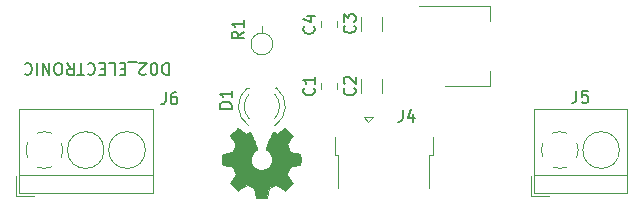
<source format=gbr>
G04 #@! TF.GenerationSoftware,KiCad,Pcbnew,5.1.5-52549c5~86~ubuntu18.04.1*
G04 #@! TF.CreationDate,2020-09-17T20:32:56-05:00*
G04 #@! TF.ProjectId,D02,4430322e-6b69-4636-9164-5f7063625858,rev?*
G04 #@! TF.SameCoordinates,Original*
G04 #@! TF.FileFunction,Legend,Top*
G04 #@! TF.FilePolarity,Positive*
%FSLAX46Y46*%
G04 Gerber Fmt 4.6, Leading zero omitted, Abs format (unit mm)*
G04 Created by KiCad (PCBNEW 5.1.5-52549c5~86~ubuntu18.04.1) date 2020-09-17 20:32:56*
%MOMM*%
%LPD*%
G04 APERTURE LIST*
%ADD10C,0.150000*%
%ADD11C,0.010000*%
%ADD12C,0.120000*%
G04 APERTURE END LIST*
D10*
X33274828Y-26116019D02*
X33274828Y-27116019D01*
X33036733Y-27116019D01*
X32893876Y-27068400D01*
X32798638Y-26973161D01*
X32751019Y-26877923D01*
X32703400Y-26687447D01*
X32703400Y-26544590D01*
X32751019Y-26354114D01*
X32798638Y-26258876D01*
X32893876Y-26163638D01*
X33036733Y-26116019D01*
X33274828Y-26116019D01*
X32084352Y-27116019D02*
X31989114Y-27116019D01*
X31893876Y-27068400D01*
X31846257Y-27020780D01*
X31798638Y-26925542D01*
X31751019Y-26735066D01*
X31751019Y-26496971D01*
X31798638Y-26306495D01*
X31846257Y-26211257D01*
X31893876Y-26163638D01*
X31989114Y-26116019D01*
X32084352Y-26116019D01*
X32179590Y-26163638D01*
X32227209Y-26211257D01*
X32274828Y-26306495D01*
X32322447Y-26496971D01*
X32322447Y-26735066D01*
X32274828Y-26925542D01*
X32227209Y-27020780D01*
X32179590Y-27068400D01*
X32084352Y-27116019D01*
X31370066Y-27020780D02*
X31322447Y-27068400D01*
X31227209Y-27116019D01*
X30989114Y-27116019D01*
X30893876Y-27068400D01*
X30846257Y-27020780D01*
X30798638Y-26925542D01*
X30798638Y-26830304D01*
X30846257Y-26687447D01*
X31417685Y-26116019D01*
X30798638Y-26116019D01*
X30608161Y-26020780D02*
X29846257Y-26020780D01*
X29608161Y-26639828D02*
X29274828Y-26639828D01*
X29131971Y-26116019D02*
X29608161Y-26116019D01*
X29608161Y-27116019D01*
X29131971Y-27116019D01*
X28227209Y-26116019D02*
X28703400Y-26116019D01*
X28703400Y-27116019D01*
X27893876Y-26639828D02*
X27560542Y-26639828D01*
X27417685Y-26116019D02*
X27893876Y-26116019D01*
X27893876Y-27116019D01*
X27417685Y-27116019D01*
X26417685Y-26211257D02*
X26465304Y-26163638D01*
X26608161Y-26116019D01*
X26703400Y-26116019D01*
X26846257Y-26163638D01*
X26941495Y-26258876D01*
X26989114Y-26354114D01*
X27036733Y-26544590D01*
X27036733Y-26687447D01*
X26989114Y-26877923D01*
X26941495Y-26973161D01*
X26846257Y-27068400D01*
X26703400Y-27116019D01*
X26608161Y-27116019D01*
X26465304Y-27068400D01*
X26417685Y-27020780D01*
X26131971Y-27116019D02*
X25560542Y-27116019D01*
X25846257Y-26116019D02*
X25846257Y-27116019D01*
X24655780Y-26116019D02*
X24989114Y-26592209D01*
X25227209Y-26116019D02*
X25227209Y-27116019D01*
X24846257Y-27116019D01*
X24751019Y-27068400D01*
X24703400Y-27020780D01*
X24655780Y-26925542D01*
X24655780Y-26782685D01*
X24703400Y-26687447D01*
X24751019Y-26639828D01*
X24846257Y-26592209D01*
X25227209Y-26592209D01*
X24036733Y-27116019D02*
X23846257Y-27116019D01*
X23751019Y-27068400D01*
X23655780Y-26973161D01*
X23608161Y-26782685D01*
X23608161Y-26449352D01*
X23655780Y-26258876D01*
X23751019Y-26163638D01*
X23846257Y-26116019D01*
X24036733Y-26116019D01*
X24131971Y-26163638D01*
X24227209Y-26258876D01*
X24274828Y-26449352D01*
X24274828Y-26782685D01*
X24227209Y-26973161D01*
X24131971Y-27068400D01*
X24036733Y-27116019D01*
X23179590Y-26116019D02*
X23179590Y-27116019D01*
X22608161Y-26116019D01*
X22608161Y-27116019D01*
X22131971Y-26116019D02*
X22131971Y-27116019D01*
X21084352Y-26211257D02*
X21131971Y-26163638D01*
X21274828Y-26116019D01*
X21370066Y-26116019D01*
X21512923Y-26163638D01*
X21608161Y-26258876D01*
X21655780Y-26354114D01*
X21703400Y-26544590D01*
X21703400Y-26687447D01*
X21655780Y-26877923D01*
X21608161Y-26973161D01*
X21512923Y-27068400D01*
X21370066Y-27116019D01*
X21274828Y-27116019D01*
X21131971Y-27068400D01*
X21084352Y-27020780D01*
D11*
G36*
X40592186Y-37100469D02*
G01*
X40508365Y-36655845D01*
X40199080Y-36528347D01*
X39889794Y-36400849D01*
X39518754Y-36653154D01*
X39414843Y-36723404D01*
X39320913Y-36786128D01*
X39241348Y-36838462D01*
X39180530Y-36877543D01*
X39142843Y-36900507D01*
X39132579Y-36905458D01*
X39114090Y-36892724D01*
X39074580Y-36857518D01*
X39018478Y-36804338D01*
X38950213Y-36737682D01*
X38874214Y-36662046D01*
X38794908Y-36581928D01*
X38716725Y-36501826D01*
X38644093Y-36426236D01*
X38581441Y-36359655D01*
X38533197Y-36306582D01*
X38503790Y-36271513D01*
X38496759Y-36259777D01*
X38506877Y-36238140D01*
X38535241Y-36190738D01*
X38578871Y-36122207D01*
X38634782Y-36037185D01*
X38699994Y-35940307D01*
X38737781Y-35885050D01*
X38806657Y-35784152D01*
X38867860Y-35693101D01*
X38918422Y-35616430D01*
X38955372Y-35558672D01*
X38975742Y-35524357D01*
X38978803Y-35517146D01*
X38971864Y-35496652D01*
X38952949Y-35448887D01*
X38924913Y-35380568D01*
X38890609Y-35298411D01*
X38852891Y-35209130D01*
X38814613Y-35119442D01*
X38778630Y-35036062D01*
X38747794Y-34965706D01*
X38724961Y-34915090D01*
X38712983Y-34890929D01*
X38712276Y-34889978D01*
X38693469Y-34885364D01*
X38643382Y-34875072D01*
X38567207Y-34860113D01*
X38470135Y-34841499D01*
X38357357Y-34820241D01*
X38291558Y-34807982D01*
X38171050Y-34785038D01*
X38062203Y-34763205D01*
X37970524Y-34743678D01*
X37901519Y-34727652D01*
X37860696Y-34716321D01*
X37852489Y-34712726D01*
X37844452Y-34688394D01*
X37837967Y-34633441D01*
X37833030Y-34554292D01*
X37829636Y-34457374D01*
X37827782Y-34349113D01*
X37827462Y-34235935D01*
X37828673Y-34124265D01*
X37831410Y-34020532D01*
X37835669Y-33931159D01*
X37841445Y-33862574D01*
X37848733Y-33821203D01*
X37853105Y-33812590D01*
X37879236Y-33802267D01*
X37934607Y-33787508D01*
X38011893Y-33770048D01*
X38103770Y-33751620D01*
X38135842Y-33745659D01*
X38290476Y-33717334D01*
X38412625Y-33694524D01*
X38506327Y-33676320D01*
X38575616Y-33661817D01*
X38624529Y-33650108D01*
X38657103Y-33640285D01*
X38677372Y-33631444D01*
X38689374Y-33622676D01*
X38691053Y-33620943D01*
X38707816Y-33593029D01*
X38733386Y-33538705D01*
X38765212Y-33464623D01*
X38800740Y-33377435D01*
X38837417Y-33283792D01*
X38872689Y-33190348D01*
X38904004Y-33103753D01*
X38928807Y-33030660D01*
X38944546Y-32977722D01*
X38948668Y-32951589D01*
X38948324Y-32950674D01*
X38934359Y-32929314D01*
X38902678Y-32882316D01*
X38856609Y-32814573D01*
X38799482Y-32730977D01*
X38734627Y-32636418D01*
X38716157Y-32609546D01*
X38650301Y-32512125D01*
X38592350Y-32423237D01*
X38545462Y-32347988D01*
X38512793Y-32291480D01*
X38497500Y-32258819D01*
X38496759Y-32254807D01*
X38509608Y-32233716D01*
X38545112Y-32191936D01*
X38598707Y-32133955D01*
X38665829Y-32064265D01*
X38741913Y-31987355D01*
X38822396Y-31907717D01*
X38902713Y-31829839D01*
X38978301Y-31758214D01*
X39044595Y-31697330D01*
X39097031Y-31651679D01*
X39131045Y-31625750D01*
X39140455Y-31621517D01*
X39162357Y-31631488D01*
X39207200Y-31658380D01*
X39267679Y-31697664D01*
X39314211Y-31729283D01*
X39398525Y-31787302D01*
X39498374Y-31855616D01*
X39598527Y-31923821D01*
X39652373Y-31960325D01*
X39834629Y-32083600D01*
X39987619Y-32000880D01*
X40057318Y-31964641D01*
X40116586Y-31936474D01*
X40156689Y-31920409D01*
X40166897Y-31918174D01*
X40179171Y-31934678D01*
X40203387Y-31981318D01*
X40237737Y-32053791D01*
X40280412Y-32147794D01*
X40329606Y-32259026D01*
X40383510Y-32383185D01*
X40440316Y-32515968D01*
X40498218Y-32653073D01*
X40555407Y-32790198D01*
X40610076Y-32923042D01*
X40660416Y-33047302D01*
X40704620Y-33158675D01*
X40740881Y-33252861D01*
X40767391Y-33325556D01*
X40782342Y-33372459D01*
X40784746Y-33388567D01*
X40765689Y-33409114D01*
X40723964Y-33442467D01*
X40668294Y-33481698D01*
X40663622Y-33484801D01*
X40519736Y-33599977D01*
X40403717Y-33734347D01*
X40316570Y-33883616D01*
X40259301Y-34043487D01*
X40232914Y-34209663D01*
X40238415Y-34377848D01*
X40276810Y-34543745D01*
X40349105Y-34703058D01*
X40370374Y-34737913D01*
X40481004Y-34878663D01*
X40611698Y-34991686D01*
X40757936Y-35076397D01*
X40915192Y-35132206D01*
X41078943Y-35158526D01*
X41244667Y-35154770D01*
X41407838Y-35120350D01*
X41563935Y-35054677D01*
X41708433Y-34957165D01*
X41753131Y-34917587D01*
X41866888Y-34793697D01*
X41949782Y-34663276D01*
X42006644Y-34517085D01*
X42038313Y-34372312D01*
X42046131Y-34209540D01*
X42020062Y-34045960D01*
X41962755Y-33887102D01*
X41876856Y-33738494D01*
X41765014Y-33605665D01*
X41629877Y-33494144D01*
X41612117Y-33482389D01*
X41555850Y-33443892D01*
X41513077Y-33410537D01*
X41492628Y-33389240D01*
X41492331Y-33388567D01*
X41496721Y-33365529D01*
X41514124Y-33313243D01*
X41542732Y-33236010D01*
X41580735Y-33138132D01*
X41626326Y-33023909D01*
X41677697Y-32897642D01*
X41733038Y-32763633D01*
X41790542Y-32626182D01*
X41848399Y-32489592D01*
X41904802Y-32358163D01*
X41957942Y-32236195D01*
X42006010Y-32127991D01*
X42047199Y-32037851D01*
X42079699Y-31970077D01*
X42101703Y-31928970D01*
X42110564Y-31918174D01*
X42137640Y-31926581D01*
X42188303Y-31949128D01*
X42253817Y-31981787D01*
X42289841Y-32000880D01*
X42442832Y-32083600D01*
X42625088Y-31960325D01*
X42718125Y-31897172D01*
X42819985Y-31827673D01*
X42915438Y-31762235D01*
X42963250Y-31729283D01*
X43030495Y-31684127D01*
X43087436Y-31648343D01*
X43126646Y-31626462D01*
X43139381Y-31621837D01*
X43157917Y-31634315D01*
X43198941Y-31669148D01*
X43258475Y-31722722D01*
X43332542Y-31791417D01*
X43417165Y-31871619D01*
X43470685Y-31923114D01*
X43564319Y-32015114D01*
X43645241Y-32097401D01*
X43710177Y-32166455D01*
X43755858Y-32218756D01*
X43779011Y-32250784D01*
X43781232Y-32257284D01*
X43770924Y-32282006D01*
X43742439Y-32331995D01*
X43698937Y-32402188D01*
X43643577Y-32487525D01*
X43579520Y-32582944D01*
X43561303Y-32609546D01*
X43494927Y-32706233D01*
X43435378Y-32793283D01*
X43385984Y-32865805D01*
X43350075Y-32918907D01*
X43330981Y-32947697D01*
X43329136Y-32950674D01*
X43331895Y-32973618D01*
X43346538Y-33024064D01*
X43370513Y-33095359D01*
X43401266Y-33180853D01*
X43436244Y-33273893D01*
X43472893Y-33367826D01*
X43508661Y-33456001D01*
X43540994Y-33531766D01*
X43567338Y-33588469D01*
X43585142Y-33619457D01*
X43586407Y-33620943D01*
X43597294Y-33629799D01*
X43615682Y-33638557D01*
X43645606Y-33648123D01*
X43691103Y-33659404D01*
X43756209Y-33673307D01*
X43844961Y-33690737D01*
X43961393Y-33712602D01*
X44109542Y-33739809D01*
X44141618Y-33745659D01*
X44236686Y-33764026D01*
X44319565Y-33781995D01*
X44382930Y-33797831D01*
X44419458Y-33809800D01*
X44424356Y-33812590D01*
X44432427Y-33837328D01*
X44438987Y-33892610D01*
X44444033Y-33972011D01*
X44447559Y-34069104D01*
X44449561Y-34177462D01*
X44450036Y-34290660D01*
X44448977Y-34402272D01*
X44446382Y-34505871D01*
X44442246Y-34595032D01*
X44436563Y-34663328D01*
X44429331Y-34704334D01*
X44424971Y-34712726D01*
X44400698Y-34721192D01*
X44345426Y-34734965D01*
X44264662Y-34752850D01*
X44163912Y-34773652D01*
X44048683Y-34796177D01*
X43985902Y-34807982D01*
X43866787Y-34830249D01*
X43760565Y-34850421D01*
X43672427Y-34867485D01*
X43607566Y-34880431D01*
X43571174Y-34888245D01*
X43565184Y-34889978D01*
X43555061Y-34909510D01*
X43533662Y-34956557D01*
X43503839Y-35024397D01*
X43468445Y-35106309D01*
X43430332Y-35195572D01*
X43392353Y-35285465D01*
X43357360Y-35369265D01*
X43328206Y-35440253D01*
X43307743Y-35491706D01*
X43298823Y-35516903D01*
X43298657Y-35518004D01*
X43308769Y-35537881D01*
X43337117Y-35583623D01*
X43380723Y-35650683D01*
X43436606Y-35734516D01*
X43501787Y-35830574D01*
X43539679Y-35885750D01*
X43608725Y-35986919D01*
X43670050Y-36078770D01*
X43720663Y-36156656D01*
X43757571Y-36215931D01*
X43777782Y-36251949D01*
X43780701Y-36260023D01*
X43768153Y-36278816D01*
X43733463Y-36318943D01*
X43681063Y-36375907D01*
X43615384Y-36445215D01*
X43540856Y-36522369D01*
X43461913Y-36602875D01*
X43382983Y-36682237D01*
X43308500Y-36755960D01*
X43242894Y-36819548D01*
X43190596Y-36868506D01*
X43156039Y-36898339D01*
X43144478Y-36905458D01*
X43125654Y-36895447D01*
X43080631Y-36867322D01*
X43013787Y-36823946D01*
X42929499Y-36768182D01*
X42832144Y-36702894D01*
X42758707Y-36653154D01*
X42387667Y-36400849D01*
X41769095Y-36655845D01*
X41685275Y-37100469D01*
X41601454Y-37545093D01*
X40676006Y-37545093D01*
X40592186Y-37100469D01*
G37*
X40592186Y-37100469D02*
X40508365Y-36655845D01*
X40199080Y-36528347D01*
X39889794Y-36400849D01*
X39518754Y-36653154D01*
X39414843Y-36723404D01*
X39320913Y-36786128D01*
X39241348Y-36838462D01*
X39180530Y-36877543D01*
X39142843Y-36900507D01*
X39132579Y-36905458D01*
X39114090Y-36892724D01*
X39074580Y-36857518D01*
X39018478Y-36804338D01*
X38950213Y-36737682D01*
X38874214Y-36662046D01*
X38794908Y-36581928D01*
X38716725Y-36501826D01*
X38644093Y-36426236D01*
X38581441Y-36359655D01*
X38533197Y-36306582D01*
X38503790Y-36271513D01*
X38496759Y-36259777D01*
X38506877Y-36238140D01*
X38535241Y-36190738D01*
X38578871Y-36122207D01*
X38634782Y-36037185D01*
X38699994Y-35940307D01*
X38737781Y-35885050D01*
X38806657Y-35784152D01*
X38867860Y-35693101D01*
X38918422Y-35616430D01*
X38955372Y-35558672D01*
X38975742Y-35524357D01*
X38978803Y-35517146D01*
X38971864Y-35496652D01*
X38952949Y-35448887D01*
X38924913Y-35380568D01*
X38890609Y-35298411D01*
X38852891Y-35209130D01*
X38814613Y-35119442D01*
X38778630Y-35036062D01*
X38747794Y-34965706D01*
X38724961Y-34915090D01*
X38712983Y-34890929D01*
X38712276Y-34889978D01*
X38693469Y-34885364D01*
X38643382Y-34875072D01*
X38567207Y-34860113D01*
X38470135Y-34841499D01*
X38357357Y-34820241D01*
X38291558Y-34807982D01*
X38171050Y-34785038D01*
X38062203Y-34763205D01*
X37970524Y-34743678D01*
X37901519Y-34727652D01*
X37860696Y-34716321D01*
X37852489Y-34712726D01*
X37844452Y-34688394D01*
X37837967Y-34633441D01*
X37833030Y-34554292D01*
X37829636Y-34457374D01*
X37827782Y-34349113D01*
X37827462Y-34235935D01*
X37828673Y-34124265D01*
X37831410Y-34020532D01*
X37835669Y-33931159D01*
X37841445Y-33862574D01*
X37848733Y-33821203D01*
X37853105Y-33812590D01*
X37879236Y-33802267D01*
X37934607Y-33787508D01*
X38011893Y-33770048D01*
X38103770Y-33751620D01*
X38135842Y-33745659D01*
X38290476Y-33717334D01*
X38412625Y-33694524D01*
X38506327Y-33676320D01*
X38575616Y-33661817D01*
X38624529Y-33650108D01*
X38657103Y-33640285D01*
X38677372Y-33631444D01*
X38689374Y-33622676D01*
X38691053Y-33620943D01*
X38707816Y-33593029D01*
X38733386Y-33538705D01*
X38765212Y-33464623D01*
X38800740Y-33377435D01*
X38837417Y-33283792D01*
X38872689Y-33190348D01*
X38904004Y-33103753D01*
X38928807Y-33030660D01*
X38944546Y-32977722D01*
X38948668Y-32951589D01*
X38948324Y-32950674D01*
X38934359Y-32929314D01*
X38902678Y-32882316D01*
X38856609Y-32814573D01*
X38799482Y-32730977D01*
X38734627Y-32636418D01*
X38716157Y-32609546D01*
X38650301Y-32512125D01*
X38592350Y-32423237D01*
X38545462Y-32347988D01*
X38512793Y-32291480D01*
X38497500Y-32258819D01*
X38496759Y-32254807D01*
X38509608Y-32233716D01*
X38545112Y-32191936D01*
X38598707Y-32133955D01*
X38665829Y-32064265D01*
X38741913Y-31987355D01*
X38822396Y-31907717D01*
X38902713Y-31829839D01*
X38978301Y-31758214D01*
X39044595Y-31697330D01*
X39097031Y-31651679D01*
X39131045Y-31625750D01*
X39140455Y-31621517D01*
X39162357Y-31631488D01*
X39207200Y-31658380D01*
X39267679Y-31697664D01*
X39314211Y-31729283D01*
X39398525Y-31787302D01*
X39498374Y-31855616D01*
X39598527Y-31923821D01*
X39652373Y-31960325D01*
X39834629Y-32083600D01*
X39987619Y-32000880D01*
X40057318Y-31964641D01*
X40116586Y-31936474D01*
X40156689Y-31920409D01*
X40166897Y-31918174D01*
X40179171Y-31934678D01*
X40203387Y-31981318D01*
X40237737Y-32053791D01*
X40280412Y-32147794D01*
X40329606Y-32259026D01*
X40383510Y-32383185D01*
X40440316Y-32515968D01*
X40498218Y-32653073D01*
X40555407Y-32790198D01*
X40610076Y-32923042D01*
X40660416Y-33047302D01*
X40704620Y-33158675D01*
X40740881Y-33252861D01*
X40767391Y-33325556D01*
X40782342Y-33372459D01*
X40784746Y-33388567D01*
X40765689Y-33409114D01*
X40723964Y-33442467D01*
X40668294Y-33481698D01*
X40663622Y-33484801D01*
X40519736Y-33599977D01*
X40403717Y-33734347D01*
X40316570Y-33883616D01*
X40259301Y-34043487D01*
X40232914Y-34209663D01*
X40238415Y-34377848D01*
X40276810Y-34543745D01*
X40349105Y-34703058D01*
X40370374Y-34737913D01*
X40481004Y-34878663D01*
X40611698Y-34991686D01*
X40757936Y-35076397D01*
X40915192Y-35132206D01*
X41078943Y-35158526D01*
X41244667Y-35154770D01*
X41407838Y-35120350D01*
X41563935Y-35054677D01*
X41708433Y-34957165D01*
X41753131Y-34917587D01*
X41866888Y-34793697D01*
X41949782Y-34663276D01*
X42006644Y-34517085D01*
X42038313Y-34372312D01*
X42046131Y-34209540D01*
X42020062Y-34045960D01*
X41962755Y-33887102D01*
X41876856Y-33738494D01*
X41765014Y-33605665D01*
X41629877Y-33494144D01*
X41612117Y-33482389D01*
X41555850Y-33443892D01*
X41513077Y-33410537D01*
X41492628Y-33389240D01*
X41492331Y-33388567D01*
X41496721Y-33365529D01*
X41514124Y-33313243D01*
X41542732Y-33236010D01*
X41580735Y-33138132D01*
X41626326Y-33023909D01*
X41677697Y-32897642D01*
X41733038Y-32763633D01*
X41790542Y-32626182D01*
X41848399Y-32489592D01*
X41904802Y-32358163D01*
X41957942Y-32236195D01*
X42006010Y-32127991D01*
X42047199Y-32037851D01*
X42079699Y-31970077D01*
X42101703Y-31928970D01*
X42110564Y-31918174D01*
X42137640Y-31926581D01*
X42188303Y-31949128D01*
X42253817Y-31981787D01*
X42289841Y-32000880D01*
X42442832Y-32083600D01*
X42625088Y-31960325D01*
X42718125Y-31897172D01*
X42819985Y-31827673D01*
X42915438Y-31762235D01*
X42963250Y-31729283D01*
X43030495Y-31684127D01*
X43087436Y-31648343D01*
X43126646Y-31626462D01*
X43139381Y-31621837D01*
X43157917Y-31634315D01*
X43198941Y-31669148D01*
X43258475Y-31722722D01*
X43332542Y-31791417D01*
X43417165Y-31871619D01*
X43470685Y-31923114D01*
X43564319Y-32015114D01*
X43645241Y-32097401D01*
X43710177Y-32166455D01*
X43755858Y-32218756D01*
X43779011Y-32250784D01*
X43781232Y-32257284D01*
X43770924Y-32282006D01*
X43742439Y-32331995D01*
X43698937Y-32402188D01*
X43643577Y-32487525D01*
X43579520Y-32582944D01*
X43561303Y-32609546D01*
X43494927Y-32706233D01*
X43435378Y-32793283D01*
X43385984Y-32865805D01*
X43350075Y-32918907D01*
X43330981Y-32947697D01*
X43329136Y-32950674D01*
X43331895Y-32973618D01*
X43346538Y-33024064D01*
X43370513Y-33095359D01*
X43401266Y-33180853D01*
X43436244Y-33273893D01*
X43472893Y-33367826D01*
X43508661Y-33456001D01*
X43540994Y-33531766D01*
X43567338Y-33588469D01*
X43585142Y-33619457D01*
X43586407Y-33620943D01*
X43597294Y-33629799D01*
X43615682Y-33638557D01*
X43645606Y-33648123D01*
X43691103Y-33659404D01*
X43756209Y-33673307D01*
X43844961Y-33690737D01*
X43961393Y-33712602D01*
X44109542Y-33739809D01*
X44141618Y-33745659D01*
X44236686Y-33764026D01*
X44319565Y-33781995D01*
X44382930Y-33797831D01*
X44419458Y-33809800D01*
X44424356Y-33812590D01*
X44432427Y-33837328D01*
X44438987Y-33892610D01*
X44444033Y-33972011D01*
X44447559Y-34069104D01*
X44449561Y-34177462D01*
X44450036Y-34290660D01*
X44448977Y-34402272D01*
X44446382Y-34505871D01*
X44442246Y-34595032D01*
X44436563Y-34663328D01*
X44429331Y-34704334D01*
X44424971Y-34712726D01*
X44400698Y-34721192D01*
X44345426Y-34734965D01*
X44264662Y-34752850D01*
X44163912Y-34773652D01*
X44048683Y-34796177D01*
X43985902Y-34807982D01*
X43866787Y-34830249D01*
X43760565Y-34850421D01*
X43672427Y-34867485D01*
X43607566Y-34880431D01*
X43571174Y-34888245D01*
X43565184Y-34889978D01*
X43555061Y-34909510D01*
X43533662Y-34956557D01*
X43503839Y-35024397D01*
X43468445Y-35106309D01*
X43430332Y-35195572D01*
X43392353Y-35285465D01*
X43357360Y-35369265D01*
X43328206Y-35440253D01*
X43307743Y-35491706D01*
X43298823Y-35516903D01*
X43298657Y-35518004D01*
X43308769Y-35537881D01*
X43337117Y-35583623D01*
X43380723Y-35650683D01*
X43436606Y-35734516D01*
X43501787Y-35830574D01*
X43539679Y-35885750D01*
X43608725Y-35986919D01*
X43670050Y-36078770D01*
X43720663Y-36156656D01*
X43757571Y-36215931D01*
X43777782Y-36251949D01*
X43780701Y-36260023D01*
X43768153Y-36278816D01*
X43733463Y-36318943D01*
X43681063Y-36375907D01*
X43615384Y-36445215D01*
X43540856Y-36522369D01*
X43461913Y-36602875D01*
X43382983Y-36682237D01*
X43308500Y-36755960D01*
X43242894Y-36819548D01*
X43190596Y-36868506D01*
X43156039Y-36898339D01*
X43144478Y-36905458D01*
X43125654Y-36895447D01*
X43080631Y-36867322D01*
X43013787Y-36823946D01*
X42929499Y-36768182D01*
X42832144Y-36702894D01*
X42758707Y-36653154D01*
X42387667Y-36400849D01*
X41769095Y-36655845D01*
X41685275Y-37100469D01*
X41601454Y-37545093D01*
X40676006Y-37545093D01*
X40592186Y-37100469D01*
D12*
X54447000Y-21253400D02*
X60457000Y-21253400D01*
X56697000Y-28073400D02*
X60457000Y-28073400D01*
X60457000Y-21253400D02*
X60457000Y-22513400D01*
X60457000Y-28073400D02*
X60457000Y-26813400D01*
X41173400Y-23580000D02*
X41173400Y-22960000D01*
X42093400Y-24500000D02*
G75*
G03X42093400Y-24500000I-920000J0D01*
G01*
X20358400Y-37377200D02*
X21858400Y-37377200D01*
X20358400Y-35637200D02*
X20358400Y-37377200D01*
X31918400Y-30017200D02*
X31918400Y-37137200D01*
X20598400Y-30017200D02*
X20598400Y-37137200D01*
X20598400Y-37137200D02*
X31918400Y-37137200D01*
X20598400Y-30017200D02*
X31918400Y-30017200D01*
X20598400Y-35577200D02*
X31918400Y-35577200D01*
X31313400Y-33477200D02*
G75*
G03X31313400Y-33477200I-1555000J0D01*
G01*
X27813400Y-33477200D02*
G75*
G03X27813400Y-33477200I-1555000J0D01*
G01*
X22785411Y-35032692D02*
G75*
G02X22150400Y-34909200I-27011J1555492D01*
G01*
X21326291Y-34084942D02*
G75*
G02X21326400Y-32869200I1432109J607742D01*
G01*
X22150658Y-32045091D02*
G75*
G02X23366400Y-32045200I607742J-1432109D01*
G01*
X24190509Y-32869458D02*
G75*
G02X24190400Y-34085200I-1432109J-607742D01*
G01*
X23365987Y-34908585D02*
G75*
G02X22758400Y-35032200I-607587J1431385D01*
G01*
X63995600Y-37377200D02*
X65495600Y-37377200D01*
X63995600Y-35637200D02*
X63995600Y-37377200D01*
X72055600Y-30017200D02*
X72055600Y-37137200D01*
X64235600Y-30017200D02*
X64235600Y-37137200D01*
X64235600Y-37137200D02*
X72055600Y-37137200D01*
X64235600Y-30017200D02*
X72055600Y-30017200D01*
X64235600Y-35577200D02*
X72055600Y-35577200D01*
X71450600Y-33477200D02*
G75*
G03X71450600Y-33477200I-1555000J0D01*
G01*
X66422611Y-35032692D02*
G75*
G02X65787600Y-34909200I-27011J1555492D01*
G01*
X64963491Y-34084942D02*
G75*
G02X64963600Y-32869200I1432109J607742D01*
G01*
X65787858Y-32045091D02*
G75*
G02X67003600Y-32045200I607742J-1432109D01*
G01*
X67827709Y-32869458D02*
G75*
G02X67827600Y-34085200I-1432109J-607742D01*
G01*
X67003187Y-34908585D02*
G75*
G02X66395600Y-35032200I-607587J1431385D01*
G01*
X40093400Y-28210000D02*
X39937400Y-28210000D01*
X42409400Y-28210000D02*
X42253400Y-28210000D01*
X40093563Y-30811130D02*
G75*
G02X40093400Y-28729039I1079837J1041130D01*
G01*
X42253237Y-30811130D02*
G75*
G03X42253400Y-28729039I-1079837J1041130D01*
G01*
X40094792Y-31442335D02*
G75*
G02X39937884Y-28210000I1078608J1672335D01*
G01*
X42252008Y-31442335D02*
G75*
G03X42408916Y-28210000I-1078608J1672335D01*
G01*
X47573000Y-23095852D02*
X47573000Y-22573348D01*
X46153000Y-23095852D02*
X46153000Y-22573348D01*
X51379800Y-23385864D02*
X51379800Y-22181736D01*
X49559800Y-23385864D02*
X49559800Y-22181736D01*
X51379800Y-28669064D02*
X51379800Y-27464936D01*
X49559800Y-28669064D02*
X49559800Y-27464936D01*
X47573000Y-28328252D02*
X47573000Y-27805748D01*
X46153000Y-28328252D02*
X46153000Y-27805748D01*
X50186200Y-31120200D02*
X49786200Y-30670200D01*
X49786200Y-30670200D02*
X50586200Y-30670200D01*
X50586200Y-30670200D02*
X50186200Y-31120200D01*
X55336200Y-36720200D02*
X55336200Y-33920200D01*
X55336200Y-33920200D02*
X55636200Y-33920200D01*
X55636200Y-33920200D02*
X55636200Y-32370200D01*
X47636200Y-36720200D02*
X47636200Y-33920200D01*
X47336200Y-33920200D02*
X47636200Y-33920200D01*
X47336200Y-33920200D02*
X47336200Y-32370200D01*
D10*
X39619180Y-23458466D02*
X39142990Y-23791800D01*
X39619180Y-24029895D02*
X38619180Y-24029895D01*
X38619180Y-23648942D01*
X38666800Y-23553704D01*
X38714419Y-23506085D01*
X38809657Y-23458466D01*
X38952514Y-23458466D01*
X39047752Y-23506085D01*
X39095371Y-23553704D01*
X39142990Y-23648942D01*
X39142990Y-24029895D01*
X39619180Y-22506085D02*
X39619180Y-23077514D01*
X39619180Y-22791800D02*
X38619180Y-22791800D01*
X38762038Y-22887038D01*
X38857276Y-22982276D01*
X38904895Y-23077514D01*
X33016866Y-28586180D02*
X33016866Y-29300466D01*
X32969247Y-29443323D01*
X32874009Y-29538561D01*
X32731152Y-29586180D01*
X32635914Y-29586180D01*
X33921628Y-28586180D02*
X33731152Y-28586180D01*
X33635914Y-28633800D01*
X33588295Y-28681419D01*
X33493057Y-28824276D01*
X33445438Y-29014752D01*
X33445438Y-29395704D01*
X33493057Y-29490942D01*
X33540676Y-29538561D01*
X33635914Y-29586180D01*
X33826390Y-29586180D01*
X33921628Y-29538561D01*
X33969247Y-29490942D01*
X34016866Y-29395704D01*
X34016866Y-29157609D01*
X33969247Y-29062371D01*
X33921628Y-29014752D01*
X33826390Y-28967133D01*
X33635914Y-28967133D01*
X33540676Y-29014752D01*
X33493057Y-29062371D01*
X33445438Y-29157609D01*
X67812266Y-28469580D02*
X67812266Y-29183866D01*
X67764647Y-29326723D01*
X67669409Y-29421961D01*
X67526552Y-29469580D01*
X67431314Y-29469580D01*
X68764647Y-28469580D02*
X68288457Y-28469580D01*
X68240838Y-28945771D01*
X68288457Y-28898152D01*
X68383695Y-28850533D01*
X68621790Y-28850533D01*
X68717028Y-28898152D01*
X68764647Y-28945771D01*
X68812266Y-29041009D01*
X68812266Y-29279104D01*
X68764647Y-29374342D01*
X68717028Y-29421961D01*
X68621790Y-29469580D01*
X68383695Y-29469580D01*
X68288457Y-29421961D01*
X68240838Y-29374342D01*
X38603180Y-29973495D02*
X37603180Y-29973495D01*
X37603180Y-29735400D01*
X37650800Y-29592542D01*
X37746038Y-29497304D01*
X37841276Y-29449685D01*
X38031752Y-29402066D01*
X38174609Y-29402066D01*
X38365085Y-29449685D01*
X38460323Y-29497304D01*
X38555561Y-29592542D01*
X38603180Y-29735400D01*
X38603180Y-29973495D01*
X38603180Y-28449685D02*
X38603180Y-29021114D01*
X38603180Y-28735400D02*
X37603180Y-28735400D01*
X37746038Y-28830638D01*
X37841276Y-28925876D01*
X37888895Y-29021114D01*
X45570142Y-23001266D02*
X45617761Y-23048885D01*
X45665380Y-23191742D01*
X45665380Y-23286980D01*
X45617761Y-23429838D01*
X45522523Y-23525076D01*
X45427285Y-23572695D01*
X45236809Y-23620314D01*
X45093952Y-23620314D01*
X44903476Y-23572695D01*
X44808238Y-23525076D01*
X44713000Y-23429838D01*
X44665380Y-23286980D01*
X44665380Y-23191742D01*
X44713000Y-23048885D01*
X44760619Y-23001266D01*
X44998714Y-22144123D02*
X45665380Y-22144123D01*
X44617761Y-22382219D02*
X45332047Y-22620314D01*
X45332047Y-22001266D01*
X49006942Y-22950466D02*
X49054561Y-22998085D01*
X49102180Y-23140942D01*
X49102180Y-23236180D01*
X49054561Y-23379038D01*
X48959323Y-23474276D01*
X48864085Y-23521895D01*
X48673609Y-23569514D01*
X48530752Y-23569514D01*
X48340276Y-23521895D01*
X48245038Y-23474276D01*
X48149800Y-23379038D01*
X48102180Y-23236180D01*
X48102180Y-23140942D01*
X48149800Y-22998085D01*
X48197419Y-22950466D01*
X48102180Y-22617133D02*
X48102180Y-21998085D01*
X48483133Y-22331419D01*
X48483133Y-22188561D01*
X48530752Y-22093323D01*
X48578371Y-22045704D01*
X48673609Y-21998085D01*
X48911704Y-21998085D01*
X49006942Y-22045704D01*
X49054561Y-22093323D01*
X49102180Y-22188561D01*
X49102180Y-22474276D01*
X49054561Y-22569514D01*
X49006942Y-22617133D01*
X49006942Y-28233666D02*
X49054561Y-28281285D01*
X49102180Y-28424142D01*
X49102180Y-28519380D01*
X49054561Y-28662238D01*
X48959323Y-28757476D01*
X48864085Y-28805095D01*
X48673609Y-28852714D01*
X48530752Y-28852714D01*
X48340276Y-28805095D01*
X48245038Y-28757476D01*
X48149800Y-28662238D01*
X48102180Y-28519380D01*
X48102180Y-28424142D01*
X48149800Y-28281285D01*
X48197419Y-28233666D01*
X48197419Y-27852714D02*
X48149800Y-27805095D01*
X48102180Y-27709857D01*
X48102180Y-27471761D01*
X48149800Y-27376523D01*
X48197419Y-27328904D01*
X48292657Y-27281285D01*
X48387895Y-27281285D01*
X48530752Y-27328904D01*
X49102180Y-27900333D01*
X49102180Y-27281285D01*
X45570142Y-28233666D02*
X45617761Y-28281285D01*
X45665380Y-28424142D01*
X45665380Y-28519380D01*
X45617761Y-28662238D01*
X45522523Y-28757476D01*
X45427285Y-28805095D01*
X45236809Y-28852714D01*
X45093952Y-28852714D01*
X44903476Y-28805095D01*
X44808238Y-28757476D01*
X44713000Y-28662238D01*
X44665380Y-28519380D01*
X44665380Y-28424142D01*
X44713000Y-28281285D01*
X44760619Y-28233666D01*
X45665380Y-27281285D02*
X45665380Y-27852714D01*
X45665380Y-27567000D02*
X44665380Y-27567000D01*
X44808238Y-27662238D01*
X44903476Y-27757476D01*
X44951095Y-27852714D01*
X53102866Y-30072580D02*
X53102866Y-30786866D01*
X53055247Y-30929723D01*
X52960009Y-31024961D01*
X52817152Y-31072580D01*
X52721914Y-31072580D01*
X54007628Y-30405914D02*
X54007628Y-31072580D01*
X53769533Y-30024961D02*
X53531438Y-30739247D01*
X54150485Y-30739247D01*
M02*

</source>
